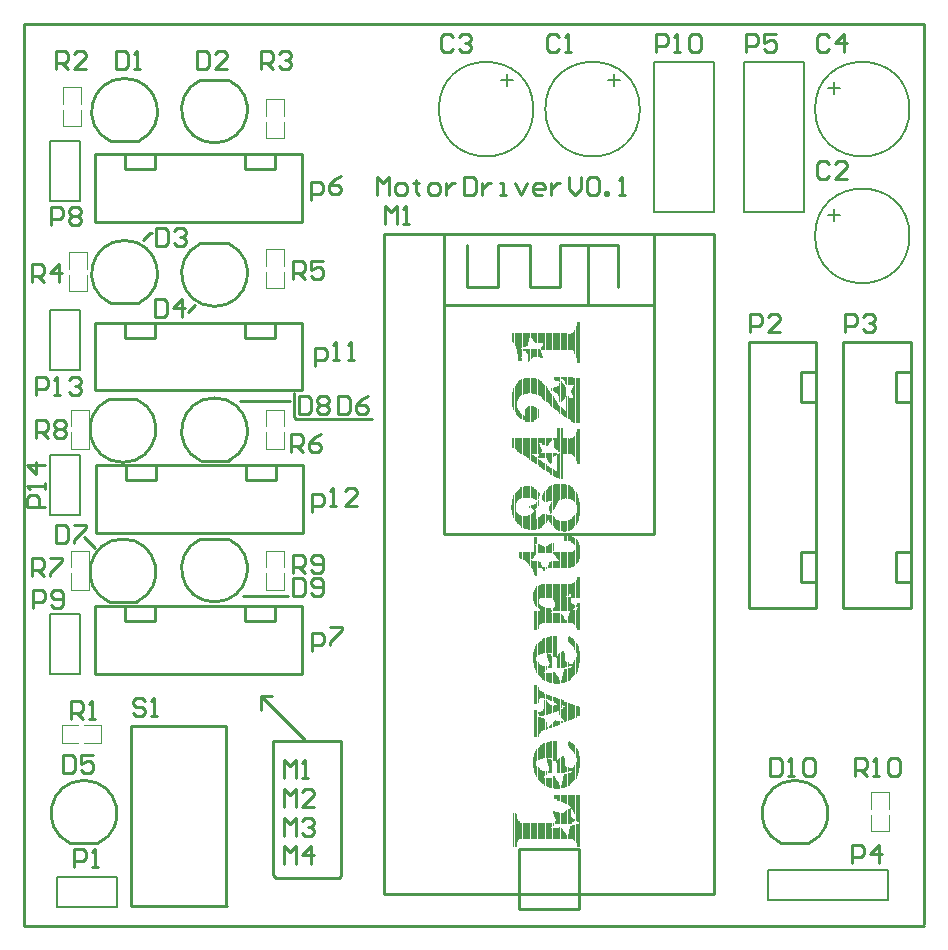
<source format=gto>
G04*
G04 #@! TF.GenerationSoftware,Altium Limited,Altium Designer,20.2.6 (244)*
G04*
G04 Layer_Color=65535*
%FSLAX24Y24*%
%MOIN*%
G70*
G04*
G04 #@! TF.SameCoordinates,67DAE9A7-D567-40AA-987E-AE02A1C53A3D*
G04*
G04*
G04 #@! TF.FilePolarity,Positive*
G04*
G01*
G75*
%ADD10C,0.0100*%
%ADD11C,0.0079*%
%ADD12C,0.0038*%
%ADD13C,0.0039*%
D10*
X15935Y32697D02*
G03*
X16865Y32697I465J-997D01*
G01*
X36215Y22553D02*
G03*
X35285Y22553I-465J997D01*
G01*
X13865Y45953D02*
G03*
X12935Y45953I-465J997D01*
G01*
X15935Y47997D02*
G03*
X16865Y47997I465J-997D01*
G01*
X13865Y40553D02*
G03*
X12935Y40553I-465J997D01*
G01*
X15935Y42547D02*
G03*
X16865Y42547I465J-997D01*
G01*
Y35303D02*
G03*
X15935Y35303I-465J997D01*
G01*
X13810Y30600D02*
G03*
X12880Y30600I-465J997D01*
G01*
Y37347D02*
G03*
X13810Y37347I465J-997D01*
G01*
X12515Y22553D02*
G03*
X11585Y22553I-465J997D01*
G01*
X15935Y32697D02*
X16865D01*
X15500Y40250D02*
X15750Y40500D01*
X14000Y42650D02*
X14250Y42900D01*
X14300D01*
X17250Y37300D02*
X18900D01*
X19100Y36700D02*
X21650D01*
X19050Y36750D02*
X19100Y36700D01*
X19050Y36750D02*
Y37550D01*
X17350Y30800D02*
X18850D01*
X12050Y32750D02*
X12400Y32400D01*
X35285Y22553D02*
X36215D01*
X12935Y45953D02*
X13865D01*
X15935Y47997D02*
X16865D01*
X12935Y40553D02*
X13865D01*
X15935Y42547D02*
X16865D01*
X15935Y35303D02*
X16865D01*
X12880Y30600D02*
X13810D01*
X12880Y37347D02*
X13810D01*
X11585Y22553D02*
X12515D01*
X17950Y27450D02*
X18300D01*
X17950Y27000D02*
Y27450D01*
X19400Y26000D01*
X18350Y21500D02*
Y25950D01*
Y21500D02*
X18450Y21400D01*
X20550D01*
X20600Y21450D01*
Y25950D01*
X18350D02*
X20600D01*
X36461Y30400D02*
Y39250D01*
X35961Y38250D02*
X36461D01*
X35961Y37250D02*
Y38250D01*
Y37250D02*
X36411D01*
X35961Y32250D02*
X36411D01*
X35961Y31250D02*
Y32250D01*
Y31250D02*
X36461D01*
X34211Y30400D02*
X36461D01*
X34211Y39250D02*
X36461D01*
X34211Y30400D02*
Y39250D01*
X37350Y30400D02*
Y39250D01*
X39600D01*
X37350Y30400D02*
X39600D01*
X39100Y31250D02*
X39600D01*
X39100D02*
Y32250D01*
X39550D01*
X39100Y37250D02*
X39550D01*
X39100D02*
Y38250D01*
X39600D01*
Y30400D02*
Y39250D01*
X13400Y45024D02*
Y45524D01*
X14400Y45024D02*
Y45524D01*
X19300Y43274D02*
Y45524D01*
X13400Y45024D02*
X14400D01*
X12400Y45524D02*
X19300D01*
X12400Y43274D02*
X19300D01*
X12400D02*
Y45524D01*
X17400Y45024D02*
X18400D01*
Y45524D01*
X17400Y45024D02*
Y45524D01*
Y29950D02*
Y30450D01*
X18400Y29950D02*
Y30450D01*
X17400Y29950D02*
X18400D01*
X12400Y28200D02*
Y30450D01*
Y28200D02*
X19300D01*
X12400Y30450D02*
X19300D01*
X13400Y29950D02*
X14400D01*
X19300Y28200D02*
Y30450D01*
X14400Y29950D02*
Y30450D01*
X13400Y29950D02*
Y30450D01*
Y39400D02*
Y39900D01*
X14400Y39400D02*
Y39900D01*
X19300Y37650D02*
Y39900D01*
X13400Y39400D02*
X14400D01*
X12400Y39900D02*
X19300D01*
X12400Y37650D02*
X19300D01*
X12400D02*
Y39900D01*
X17400Y39400D02*
X18400D01*
Y39900D01*
X17400Y39400D02*
Y39900D01*
X17450Y34650D02*
Y35150D01*
X18450Y34650D02*
Y35150D01*
X17450Y34650D02*
X18450D01*
X12450Y32900D02*
Y35150D01*
Y32900D02*
X19350D01*
X12450Y35150D02*
X19350D01*
X13450Y34650D02*
X14450D01*
X19350Y32900D02*
Y35150D01*
X14450Y34650D02*
Y35150D01*
X13450Y34650D02*
Y35150D01*
X13636Y20461D02*
X16800D01*
X13625Y26450D02*
X16775D01*
X13625Y20450D02*
Y26450D01*
X16775Y20450D02*
Y26450D01*
X33050Y20850D02*
Y42850D01*
X22050Y20850D02*
Y42850D01*
X33050D01*
X22050Y20850D02*
X33050D01*
X24050Y32850D02*
Y42850D01*
Y32850D02*
X31050D01*
Y42850D01*
X24050Y40500D02*
X31050D01*
X28850D02*
Y42500D01*
X29850D01*
Y41100D02*
Y42500D01*
X27900D02*
X28850D01*
X27900Y41100D02*
Y42500D01*
X26900Y41100D02*
X27900D01*
X26900D02*
Y42500D01*
X25850D02*
X26900D01*
X25850Y41100D02*
Y42500D01*
X24800Y41100D02*
X25850D01*
X24800D02*
Y42500D01*
X26550Y20350D02*
Y22350D01*
Y20350D02*
X28550D01*
Y22350D01*
X26550D02*
X28550D01*
X18700Y24729D02*
Y25329D01*
X18900Y25129D01*
X19100Y25329D01*
Y24729D01*
X19300D02*
X19500D01*
X19400D01*
Y25329D01*
X19300Y25229D01*
X18700Y23770D02*
Y24369D01*
X18900Y24169D01*
X19100Y24369D01*
Y23770D01*
X19700D02*
X19300D01*
X19700Y24169D01*
Y24269D01*
X19600Y24369D01*
X19400D01*
X19300Y24269D01*
X18700Y22810D02*
Y23410D01*
X18900Y23210D01*
X19100Y23410D01*
Y22810D01*
X19300Y23310D02*
X19400Y23410D01*
X19600D01*
X19700Y23310D01*
Y23210D01*
X19600Y23110D01*
X19500D01*
X19600D01*
X19700Y23010D01*
Y22910D01*
X19600Y22810D01*
X19400D01*
X19300Y22910D01*
X18700Y21850D02*
Y22450D01*
X18900Y22250D01*
X19100Y22450D01*
Y21850D01*
X19600D02*
Y22450D01*
X19300Y22150D01*
X19700D01*
X21800Y44150D02*
Y44750D01*
X22000Y44550D01*
X22200Y44750D01*
Y44150D01*
X22500D02*
X22700D01*
X22800Y44250D01*
Y44450D01*
X22700Y44550D01*
X22500D01*
X22400Y44450D01*
Y44250D01*
X22500Y44150D01*
X23100Y44650D02*
Y44550D01*
X23000D01*
X23200D01*
X23100D01*
Y44250D01*
X23200Y44150D01*
X23599D02*
X23799D01*
X23899Y44250D01*
Y44450D01*
X23799Y44550D01*
X23599D01*
X23499Y44450D01*
Y44250D01*
X23599Y44150D01*
X24099Y44550D02*
Y44150D01*
Y44350D01*
X24199Y44450D01*
X24299Y44550D01*
X24399D01*
X24699Y44750D02*
Y44150D01*
X24999D01*
X25099Y44250D01*
Y44650D01*
X24999Y44750D01*
X24699D01*
X25299Y44550D02*
Y44150D01*
Y44350D01*
X25399Y44450D01*
X25499Y44550D01*
X25599D01*
X25899Y44150D02*
X26099D01*
X25999D01*
Y44550D01*
X25899D01*
X26399D02*
X26598Y44150D01*
X26798Y44550D01*
X27298Y44150D02*
X27098D01*
X26998Y44250D01*
Y44450D01*
X27098Y44550D01*
X27298D01*
X27398Y44450D01*
Y44350D01*
X26998D01*
X27598Y44550D02*
Y44150D01*
Y44350D01*
X27698Y44450D01*
X27798Y44550D01*
X27898D01*
X28198Y44750D02*
Y44350D01*
X28398Y44150D01*
X28598Y44350D01*
Y44750D01*
X28798Y44650D02*
X28898Y44750D01*
X29098D01*
X29198Y44650D01*
Y44250D01*
X29098Y44150D01*
X28898D01*
X28798Y44250D01*
Y44650D01*
X29398Y44150D02*
Y44250D01*
X29498D01*
Y44150D01*
X29398D01*
X29897D02*
X30097D01*
X29997D01*
Y44750D01*
X29897Y44650D01*
X11350Y25500D02*
Y24900D01*
X11650D01*
X11750Y25000D01*
Y25400D01*
X11650Y25500D01*
X11350D01*
X12350D02*
X11950D01*
Y25200D01*
X12150Y25300D01*
X12250D01*
X12350Y25200D01*
Y25000D01*
X12250Y24900D01*
X12050D01*
X11950Y25000D01*
X19000Y31550D02*
Y32150D01*
X19300D01*
X19400Y32050D01*
Y31850D01*
X19300Y31750D01*
X19000D01*
X19200D02*
X19400Y31550D01*
X19600Y31650D02*
X19700Y31550D01*
X19900D01*
X20000Y31650D01*
Y32050D01*
X19900Y32150D01*
X19700D01*
X19600Y32050D01*
Y31950D01*
X19700Y31850D01*
X20000D01*
X10450Y36050D02*
Y36650D01*
X10750D01*
X10850Y36550D01*
Y36350D01*
X10750Y36250D01*
X10450D01*
X10650D02*
X10850Y36050D01*
X11050Y36550D02*
X11150Y36650D01*
X11350D01*
X11450Y36550D01*
Y36450D01*
X11350Y36350D01*
X11450Y36250D01*
Y36150D01*
X11350Y36050D01*
X11150D01*
X11050Y36150D01*
Y36250D01*
X11150Y36350D01*
X11050Y36450D01*
Y36550D01*
X11150Y36350D02*
X11350D01*
X10300Y31450D02*
Y32050D01*
X10600D01*
X10700Y31950D01*
Y31750D01*
X10600Y31650D01*
X10300D01*
X10500D02*
X10700Y31450D01*
X10900Y32050D02*
X11300D01*
Y31950D01*
X10900Y31550D01*
Y31450D01*
X18950Y35600D02*
Y36200D01*
X19250D01*
X19350Y36100D01*
Y35900D01*
X19250Y35800D01*
X18950D01*
X19150D02*
X19350Y35600D01*
X19950Y36200D02*
X19750Y36100D01*
X19550Y35900D01*
Y35700D01*
X19650Y35600D01*
X19850D01*
X19950Y35700D01*
Y35800D01*
X19850Y35900D01*
X19550D01*
X19000Y41350D02*
Y41950D01*
X19300D01*
X19400Y41850D01*
Y41650D01*
X19300Y41550D01*
X19000D01*
X19200D02*
X19400Y41350D01*
X20000Y41950D02*
X19600D01*
Y41650D01*
X19800Y41750D01*
X19900D01*
X20000Y41650D01*
Y41450D01*
X19900Y41350D01*
X19700D01*
X19600Y41450D01*
X10300Y41250D02*
Y41850D01*
X10600D01*
X10700Y41750D01*
Y41550D01*
X10600Y41450D01*
X10300D01*
X10500D02*
X10700Y41250D01*
X11200D02*
Y41850D01*
X10900Y41550D01*
X11300D01*
X19000Y31400D02*
Y30800D01*
X19300D01*
X19400Y30900D01*
Y31300D01*
X19300Y31400D01*
X19000D01*
X19600Y30900D02*
X19700Y30800D01*
X19900D01*
X20000Y30900D01*
Y31300D01*
X19900Y31400D01*
X19700D01*
X19600Y31300D01*
Y31200D01*
X19700Y31100D01*
X20000D01*
X19200Y37450D02*
Y36850D01*
X19500D01*
X19600Y36950D01*
Y37350D01*
X19500Y37450D01*
X19200D01*
X19800Y37350D02*
X19900Y37450D01*
X20100D01*
X20200Y37350D01*
Y37250D01*
X20100Y37150D01*
X20200Y37050D01*
Y36950D01*
X20100Y36850D01*
X19900D01*
X19800Y36950D01*
Y37050D01*
X19900Y37150D01*
X19800Y37250D01*
Y37350D01*
X19900Y37150D02*
X20100D01*
X11100Y33147D02*
Y32547D01*
X11400D01*
X11500Y32647D01*
Y33047D01*
X11400Y33147D01*
X11100D01*
X11700D02*
X12100D01*
Y33047D01*
X11700Y32647D01*
Y32547D01*
X20500Y37450D02*
Y36850D01*
X20800D01*
X20900Y36950D01*
Y37350D01*
X20800Y37450D01*
X20500D01*
X21500D02*
X21300Y37350D01*
X21100Y37150D01*
Y36950D01*
X21200Y36850D01*
X21400D01*
X21500Y36950D01*
Y37050D01*
X21400Y37150D01*
X21100D01*
X14400Y40700D02*
Y40100D01*
X14700D01*
X14800Y40200D01*
Y40600D01*
X14700Y40700D01*
X14400D01*
X15300Y40100D02*
Y40700D01*
X15000Y40400D01*
X15400D01*
X14450Y43050D02*
Y42450D01*
X14750D01*
X14850Y42550D01*
Y42950D01*
X14750Y43050D01*
X14450D01*
X15050Y42950D02*
X15150Y43050D01*
X15350D01*
X15450Y42950D01*
Y42850D01*
X15350Y42750D01*
X15250D01*
X15350D01*
X15450Y42650D01*
Y42550D01*
X15350Y42450D01*
X15150D01*
X15050Y42550D01*
X36878Y49435D02*
X36778Y49535D01*
X36578D01*
X36478Y49435D01*
Y49035D01*
X36578Y48935D01*
X36778D01*
X36878Y49035D01*
X37378Y48935D02*
Y49535D01*
X37078Y49235D01*
X37478D01*
X24340Y49444D02*
X24240Y49544D01*
X24040D01*
X23940Y49444D01*
Y49044D01*
X24040Y48944D01*
X24240D01*
X24340Y49044D01*
X24540Y49444D02*
X24640Y49544D01*
X24840D01*
X24940Y49444D01*
Y49344D01*
X24840Y49244D01*
X24740D01*
X24840D01*
X24940Y49144D01*
Y49044D01*
X24840Y48944D01*
X24640D01*
X24540Y49044D01*
X36878Y45210D02*
X36778Y45310D01*
X36578D01*
X36478Y45210D01*
Y44810D01*
X36578Y44710D01*
X36778D01*
X36878Y44810D01*
X37478Y44710D02*
X37078D01*
X37478Y45110D01*
Y45210D01*
X37378Y45310D01*
X37178D01*
X37078Y45210D01*
X27890Y49436D02*
X27790Y49536D01*
X27590D01*
X27490Y49436D01*
Y49036D01*
X27590Y48936D01*
X27790D01*
X27890Y49036D01*
X28090Y48936D02*
X28290D01*
X28190D01*
Y49536D01*
X28090Y49436D01*
X17950Y48364D02*
Y48964D01*
X18250D01*
X18350Y48864D01*
Y48664D01*
X18250Y48564D01*
X17950D01*
X18150D02*
X18350Y48364D01*
X18550Y48864D02*
X18650Y48964D01*
X18850D01*
X18950Y48864D01*
Y48764D01*
X18850Y48664D01*
X18750D01*
X18850D01*
X18950Y48564D01*
Y48464D01*
X18850Y48364D01*
X18650D01*
X18550Y48464D01*
X11100Y48364D02*
Y48964D01*
X11400D01*
X11500Y48864D01*
Y48664D01*
X11400Y48564D01*
X11100D01*
X11300D02*
X11500Y48364D01*
X12100D02*
X11700D01*
X12100Y48764D01*
Y48864D01*
X12000Y48964D01*
X11800D01*
X11700Y48864D01*
X15800Y48964D02*
Y48364D01*
X16100D01*
X16200Y48464D01*
Y48864D01*
X16100Y48964D01*
X15800D01*
X16800Y48364D02*
X16400D01*
X16800Y48764D01*
Y48864D01*
X16700Y48964D01*
X16500D01*
X16400Y48864D01*
X13105Y48964D02*
Y48364D01*
X13405D01*
X13505Y48464D01*
Y48864D01*
X13405Y48964D01*
X13105D01*
X13705Y48364D02*
X13905D01*
X13805D01*
Y48964D01*
X13705Y48864D01*
X14080Y27300D02*
X13980Y27400D01*
X13780D01*
X13680Y27300D01*
Y27200D01*
X13780Y27100D01*
X13980D01*
X14080Y27000D01*
Y26900D01*
X13980Y26800D01*
X13780D01*
X13680Y26900D01*
X14280Y26800D02*
X14480D01*
X14380D01*
Y27400D01*
X14280Y27300D01*
X37750Y24800D02*
Y25400D01*
X38050D01*
X38150Y25300D01*
Y25100D01*
X38050Y25000D01*
X37750D01*
X37950D02*
X38150Y24800D01*
X38350D02*
X38550D01*
X38450D01*
Y25400D01*
X38350Y25300D01*
X38850D02*
X38950Y25400D01*
X39150D01*
X39250Y25300D01*
Y24900D01*
X39150Y24800D01*
X38950D01*
X38850Y24900D01*
Y25300D01*
X11600Y26700D02*
Y27300D01*
X11900D01*
X12000Y27200D01*
Y27000D01*
X11900Y26900D01*
X11600D01*
X11800D02*
X12000Y26700D01*
X12200D02*
X12400D01*
X12300D01*
Y27300D01*
X12200Y27200D01*
X10750Y33750D02*
X10150D01*
Y34050D01*
X10250Y34150D01*
X10450D01*
X10550Y34050D01*
Y33750D01*
X10750Y34350D02*
Y34550D01*
Y34450D01*
X10150D01*
X10250Y34350D01*
X10750Y35150D02*
X10150D01*
X10450Y34850D01*
Y35250D01*
X10450Y37500D02*
Y38100D01*
X10750D01*
X10850Y38000D01*
Y37800D01*
X10750Y37700D01*
X10450D01*
X11050Y37500D02*
X11250D01*
X11150D01*
Y38100D01*
X11050Y38000D01*
X11550D02*
X11650Y38100D01*
X11850D01*
X11950Y38000D01*
Y37900D01*
X11850Y37800D01*
X11750D01*
X11850D01*
X11950Y37700D01*
Y37600D01*
X11850Y37500D01*
X11650D01*
X11550Y37600D01*
X19650Y33583D02*
Y34183D01*
X19950D01*
X20050Y34083D01*
Y33883D01*
X19950Y33783D01*
X19650D01*
X20250D02*
X20450D01*
X20350D01*
Y34383D01*
X20250Y34283D01*
X21150Y33783D02*
X20750D01*
X21150Y34183D01*
Y34283D01*
X21050Y34383D01*
X20850D01*
X20750Y34283D01*
X19750Y38450D02*
Y39050D01*
X20050D01*
X20150Y38950D01*
Y38750D01*
X20050Y38650D01*
X19750D01*
X20350D02*
X20550D01*
X20450D01*
Y39250D01*
X20350Y39150D01*
X20850Y38650D02*
X21050D01*
X20950D01*
Y39250D01*
X20850Y39150D01*
X31126Y48935D02*
Y49535D01*
X31426D01*
X31525Y49435D01*
Y49235D01*
X31426Y49135D01*
X31126D01*
X31725Y48935D02*
X31925D01*
X31825D01*
Y49535D01*
X31725Y49435D01*
X32225D02*
X32325Y49535D01*
X32525D01*
X32625Y49435D01*
Y49035D01*
X32525Y48935D01*
X32325D01*
X32225Y49035D01*
Y49435D01*
X10350Y30400D02*
Y31000D01*
X10650D01*
X10750Y30900D01*
Y30700D01*
X10650Y30600D01*
X10350D01*
X10950Y30500D02*
X11050Y30400D01*
X11250D01*
X11350Y30500D01*
Y30900D01*
X11250Y31000D01*
X11050D01*
X10950Y30900D01*
Y30800D01*
X11050Y30700D01*
X11350D01*
X10950Y43150D02*
Y43750D01*
X11250D01*
X11350Y43650D01*
Y43450D01*
X11250Y43350D01*
X10950D01*
X11550Y43650D02*
X11650Y43750D01*
X11850D01*
X11950Y43650D01*
Y43550D01*
X11850Y43450D01*
X11950Y43350D01*
Y43250D01*
X11850Y43150D01*
X11650D01*
X11550Y43250D01*
Y43350D01*
X11650Y43450D01*
X11550Y43550D01*
Y43650D01*
X11650Y43450D02*
X11850D01*
X19650Y28950D02*
Y29550D01*
X19950D01*
X20050Y29450D01*
Y29250D01*
X19950Y29150D01*
X19650D01*
X20250Y29750D02*
X20650D01*
Y29650D01*
X20250Y29250D01*
Y29150D01*
X19600Y43991D02*
Y44591D01*
X19900D01*
X20000Y44491D01*
Y44291D01*
X19900Y44191D01*
X19600D01*
X20600Y44791D02*
X20400Y44691D01*
X20200Y44491D01*
Y44291D01*
X20300Y44191D01*
X20500D01*
X20600Y44291D01*
Y44391D01*
X20500Y44491D01*
X20200D01*
X34110Y48940D02*
Y49540D01*
X34410D01*
X34510Y49440D01*
Y49240D01*
X34410Y49140D01*
X34110D01*
X35110Y49540D02*
X34710D01*
Y49240D01*
X34910Y49340D01*
X35010D01*
X35110Y49240D01*
Y49040D01*
X35010Y48940D01*
X34810D01*
X34710Y49040D01*
X37650Y21900D02*
Y22500D01*
X37950D01*
X38050Y22400D01*
Y22200D01*
X37950Y22100D01*
X37650D01*
X38550Y21900D02*
Y22500D01*
X38250Y22200D01*
X38650D01*
X37400Y39600D02*
Y40200D01*
X37700D01*
X37800Y40100D01*
Y39900D01*
X37700Y39800D01*
X37400D01*
X38000Y40100D02*
X38100Y40200D01*
X38300D01*
X38400Y40100D01*
Y40000D01*
X38300Y39900D01*
X38200D01*
X38300D01*
X38400Y39800D01*
Y39700D01*
X38300Y39600D01*
X38100D01*
X38000Y39700D01*
X34261Y39600D02*
Y40200D01*
X34561D01*
X34660Y40100D01*
Y39900D01*
X34561Y39800D01*
X34261D01*
X35260Y39600D02*
X34860D01*
X35260Y40000D01*
Y40100D01*
X35160Y40200D01*
X34960D01*
X34860Y40100D01*
X11700Y21750D02*
Y22350D01*
X12000D01*
X12100Y22250D01*
Y22050D01*
X12000Y21950D01*
X11700D01*
X12300Y21750D02*
X12500D01*
X12400D01*
Y22350D01*
X12300Y22250D01*
X22095Y43195D02*
Y43795D01*
X22295Y43595D01*
X22495Y43795D01*
Y43195D01*
X22695D02*
X22895D01*
X22795D01*
Y43795D01*
X22695Y43695D01*
X34910Y25390D02*
Y24790D01*
X35210D01*
X35310Y24890D01*
Y25290D01*
X35210Y25390D01*
X34910D01*
X35510Y24790D02*
X35710D01*
X35610D01*
Y25390D01*
X35510Y25290D01*
X36010D02*
X36110Y25390D01*
X36310D01*
X36410Y25290D01*
Y24890D01*
X36310Y24790D01*
X36110D01*
X36010Y24890D01*
Y25290D01*
X10050Y49850D02*
X40050D01*
X10050Y19800D02*
Y49850D01*
X10050Y19800D02*
X40050D01*
X40050Y49850D02*
X40050Y19850D01*
D11*
X39564Y47025D02*
G03*
X39564Y47025I-1575J0D01*
G01*
Y42800D02*
G03*
X39564Y42800I-1575J0D01*
G01*
X27025Y47025D02*
G03*
X27025Y47025I-1575J0D01*
G01*
X30575D02*
G03*
X30575Y47025I-1575J0D01*
G01*
X34850Y20650D02*
Y21650D01*
X38850D01*
X34850Y20650D02*
X38850D01*
Y21650D01*
X13150Y20439D02*
Y21439D01*
X11150Y20439D02*
X13150D01*
X11150D02*
Y21439D01*
X13150D01*
X37033Y47525D02*
Y47925D01*
X36833Y47725D02*
X37233D01*
X36050Y43600D02*
Y48600D01*
X34050Y43600D02*
Y48600D01*
Y43600D02*
X36050D01*
X34050Y48600D02*
X36050D01*
X37033Y43300D02*
Y43700D01*
X36833Y43500D02*
X37233D01*
X10900Y28200D02*
X11900D01*
X10900D02*
Y30200D01*
X11900D01*
Y28200D02*
Y30200D01*
X10900Y33500D02*
X11900D01*
X10900D02*
Y35500D01*
X11900D01*
Y33500D02*
Y35500D01*
X10900Y38342D02*
X11900D01*
X10900D02*
Y40342D01*
X11900D01*
Y38342D02*
Y40342D01*
X10900Y43967D02*
X11900D01*
X10900D02*
Y45967D01*
X11900D01*
Y43967D02*
Y45967D01*
X25950Y47981D02*
X26350D01*
X26150Y47781D02*
Y48181D01*
X29500Y47981D02*
X29900D01*
X29700Y47781D02*
Y48181D01*
X33061Y43600D02*
Y48600D01*
X31061Y43600D02*
Y48600D01*
Y43600D02*
X33061D01*
X31061Y48600D02*
X33061D01*
D12*
X26283Y33686D02*
Y33840D01*
X26322Y33533D02*
Y34032D01*
Y35759D02*
Y36066D01*
Y37141D02*
Y37602D01*
Y39291D02*
Y39560D01*
X26360Y22476D02*
Y23551D01*
Y33417D02*
Y34147D01*
Y35759D02*
Y36066D01*
Y37026D02*
Y37717D01*
Y39253D02*
Y39560D01*
X26398Y22476D02*
Y23551D01*
Y33341D02*
Y34224D01*
Y35721D02*
Y36066D01*
Y36949D02*
Y37794D01*
Y39176D02*
Y39560D01*
X26437Y22476D02*
Y23513D01*
Y33302D02*
Y33609D01*
Y33916D02*
Y34262D01*
Y35682D02*
Y36066D01*
Y36872D02*
Y37871D01*
Y39061D02*
Y39560D01*
X26475Y22630D02*
Y23359D01*
Y33225D02*
Y33571D01*
Y33993D02*
Y34300D01*
Y35644D02*
Y36066D01*
Y36834D02*
Y37064D01*
Y37333D02*
Y37909D01*
Y38907D02*
Y39560D01*
X26513Y22707D02*
Y23283D01*
Y33225D02*
Y33533D01*
Y34032D02*
Y34339D01*
Y35644D02*
Y36066D01*
Y36796D02*
Y36988D01*
Y37410D02*
Y37947D01*
Y38677D02*
Y39560D01*
X26552Y22745D02*
Y23283D01*
Y32112D02*
Y32266D01*
Y33187D02*
Y33494D01*
Y34070D02*
Y34377D01*
Y35606D02*
Y36066D01*
Y36757D02*
Y36949D01*
Y37448D02*
Y37986D01*
Y38677D02*
Y39560D01*
X26590Y22745D02*
Y23244D01*
Y32074D02*
Y32266D01*
Y33149D02*
Y33494D01*
Y34070D02*
Y34415D01*
Y35567D02*
Y36066D01*
Y36719D02*
Y36911D01*
Y37487D02*
Y37986D01*
Y38677D02*
Y39061D01*
Y39099D02*
Y39560D01*
X26629Y22745D02*
Y23244D01*
Y32074D02*
Y32266D01*
Y33110D02*
Y33456D01*
Y34108D02*
Y34415D01*
Y35567D02*
Y36066D01*
Y36719D02*
Y36872D01*
Y37525D02*
Y38024D01*
Y38677D02*
Y38715D01*
Y38792D02*
Y39022D01*
Y39099D02*
Y39560D01*
X26667Y22745D02*
Y23244D01*
Y32035D02*
Y32266D01*
Y33110D02*
Y33456D01*
Y34108D02*
Y34415D01*
Y35529D02*
Y36066D01*
Y36680D02*
Y36834D01*
Y37525D02*
Y38024D01*
Y38984D02*
Y39022D01*
Y39137D02*
Y39560D01*
X26705Y22745D02*
Y23244D01*
Y32035D02*
Y32266D01*
Y33072D02*
Y33456D01*
Y34108D02*
Y34454D01*
Y35490D02*
Y36066D01*
Y36680D02*
Y36796D01*
Y37563D02*
Y38062D01*
Y38984D02*
Y39022D01*
Y39137D02*
Y39560D01*
X26744Y22745D02*
Y23244D01*
Y31997D02*
Y32266D01*
Y33072D02*
Y33456D01*
Y34108D02*
Y34454D01*
Y35490D02*
Y36066D01*
Y36642D02*
Y37026D01*
Y37563D02*
Y38062D01*
Y38984D02*
Y39022D01*
Y39137D02*
Y39560D01*
X26782Y22745D02*
Y23244D01*
Y31959D02*
Y32266D01*
Y33072D02*
Y33456D01*
Y34108D02*
Y34454D01*
Y35452D02*
Y36066D01*
Y36642D02*
Y37064D01*
Y37563D02*
Y38062D01*
Y38945D02*
Y39022D01*
Y39176D02*
Y39560D01*
X26821Y22745D02*
Y23244D01*
Y31920D02*
Y32266D01*
Y33072D02*
Y33456D01*
Y34108D02*
Y34454D01*
Y35414D02*
Y36066D01*
Y36642D02*
Y37103D01*
Y37563D02*
Y38062D01*
Y38907D02*
Y39022D01*
Y39176D02*
Y39560D01*
X26859Y22745D02*
Y23244D01*
Y31882D02*
Y32266D01*
Y33033D02*
Y33494D01*
Y34108D02*
Y34454D01*
Y35414D02*
Y36066D01*
Y36642D02*
Y37141D01*
Y37602D02*
Y38062D01*
Y38638D02*
Y39022D01*
Y39291D02*
Y39560D01*
X26897Y22745D02*
Y23244D01*
Y31843D02*
Y31997D01*
Y32035D02*
Y32266D01*
Y33033D02*
Y33494D01*
Y33763D02*
Y33801D01*
Y34108D02*
Y34454D01*
Y35375D02*
Y36066D01*
Y36642D02*
Y37141D01*
Y37602D02*
Y38062D01*
Y38677D02*
Y39022D01*
Y39444D02*
Y39560D01*
X26936Y22745D02*
Y23244D01*
Y31767D02*
Y31997D01*
Y32074D02*
Y32266D01*
Y33033D02*
Y33533D01*
Y33763D02*
Y33840D01*
Y34108D02*
Y34454D01*
Y35337D02*
Y35529D01*
Y35567D02*
Y36066D01*
Y36642D02*
Y37141D01*
Y37602D02*
Y38062D01*
Y38715D02*
Y39022D01*
Y39444D02*
Y39560D01*
X26974Y22745D02*
Y23244D01*
Y31728D02*
Y31959D01*
Y32074D02*
Y32266D01*
Y33033D02*
Y33571D01*
Y33724D02*
Y33840D01*
Y34108D02*
Y34415D01*
Y35298D02*
Y35490D01*
Y35567D02*
Y36066D01*
Y36642D02*
Y37141D01*
Y37563D02*
Y38062D01*
Y38753D02*
Y39022D01*
Y39406D02*
Y39560D01*
X27013Y22745D02*
Y23244D01*
Y25087D02*
Y25432D01*
Y28580D02*
Y28926D01*
Y30653D02*
Y30922D01*
Y31613D02*
Y31959D01*
Y32112D02*
Y32266D01*
Y33033D02*
Y33609D01*
Y33686D02*
Y33840D01*
Y34070D02*
Y34415D01*
Y35298D02*
Y35490D01*
Y35567D02*
Y36066D01*
Y36642D02*
Y37141D01*
Y37563D02*
Y38062D01*
Y38792D02*
Y39022D01*
Y39329D02*
Y39560D01*
X27051Y22745D02*
Y23244D01*
Y24933D02*
Y25548D01*
Y26123D02*
Y27006D01*
Y27237D02*
Y27813D01*
Y28427D02*
Y29041D01*
Y29694D02*
Y30308D01*
Y30577D02*
Y30999D01*
Y31536D02*
Y31959D01*
Y32151D02*
Y32765D01*
Y33033D02*
Y33648D01*
Y33686D02*
Y33878D01*
Y34070D02*
Y34377D01*
Y35260D02*
Y35452D01*
Y35567D02*
Y36066D01*
Y36680D02*
Y37103D01*
Y37563D02*
Y38062D01*
Y38792D02*
Y39022D01*
Y39291D02*
Y39560D01*
X27089Y22745D02*
Y23244D01*
Y24857D02*
Y25624D01*
Y26123D02*
Y26814D01*
Y26853D02*
Y27006D01*
Y27237D02*
Y27813D01*
Y28350D02*
Y29118D01*
Y29694D02*
Y30308D01*
Y30500D02*
Y31076D01*
Y31498D02*
Y31959D01*
Y32189D02*
Y32496D01*
Y32573D02*
Y32765D01*
Y33033D02*
Y33648D01*
Y33724D02*
Y33878D01*
Y34032D02*
Y34377D01*
Y35222D02*
Y35414D01*
Y35567D02*
Y36066D01*
Y36680D02*
Y37103D01*
Y37563D02*
Y38062D01*
Y38792D02*
Y39022D01*
Y39253D02*
Y39560D01*
X27128Y22745D02*
Y23244D01*
Y24780D02*
Y25125D01*
Y25317D02*
Y25701D01*
Y26123D02*
Y26814D01*
Y26853D02*
Y27006D01*
Y27237D02*
Y27813D01*
Y28273D02*
Y28619D01*
Y28811D02*
Y29195D01*
Y29694D02*
Y30308D01*
Y30461D02*
Y31114D01*
Y31498D02*
Y31959D01*
Y32573D02*
Y32765D01*
Y33072D02*
Y33379D01*
Y33763D02*
Y33916D01*
Y34032D02*
Y34339D01*
Y35222D02*
Y35414D01*
Y35567D02*
Y36066D01*
Y36719D02*
Y37064D01*
Y37525D02*
Y38024D01*
Y38792D02*
Y39022D01*
Y39253D02*
Y39560D01*
X27166Y22745D02*
Y23244D01*
Y24703D02*
Y25087D01*
Y25356D02*
Y25740D01*
Y26123D02*
Y26776D01*
Y26891D02*
Y26930D01*
Y27275D02*
Y27774D01*
Y28196D02*
Y28580D01*
Y28849D02*
Y29233D01*
Y29732D02*
Y30308D01*
Y30423D02*
Y31114D01*
Y31767D02*
Y31959D01*
Y32266D02*
Y32534D01*
Y33072D02*
Y33417D01*
Y33840D02*
Y33993D01*
Y34070D02*
Y34262D01*
Y35183D02*
Y35375D01*
Y35414D02*
Y35452D01*
Y35567D02*
Y36066D01*
Y36757D02*
Y37026D01*
Y37525D02*
Y38024D01*
Y38792D02*
Y39022D01*
Y39253D02*
Y39560D01*
X27204Y22745D02*
Y23244D01*
Y24665D02*
Y25049D01*
Y25356D02*
Y25778D01*
Y26239D02*
Y26776D01*
Y26814D02*
Y26930D01*
Y27390D02*
Y27659D01*
Y28158D02*
Y28542D01*
Y28849D02*
Y29271D01*
Y29847D02*
Y30308D01*
Y30385D02*
Y30538D01*
Y30730D02*
Y31152D01*
Y31767D02*
Y31920D01*
Y32266D02*
Y32534D01*
Y33072D02*
Y33417D01*
Y34147D02*
Y34224D01*
Y35145D02*
Y35337D01*
Y35414D02*
Y35529D01*
Y35567D02*
Y35874D01*
Y35913D02*
Y36066D01*
Y37487D02*
Y37986D01*
Y38792D02*
Y39022D01*
Y39253D02*
Y39560D01*
X27243Y22745D02*
Y23244D01*
Y24626D02*
Y25010D01*
Y25394D02*
Y25816D01*
Y26277D02*
Y26776D01*
Y26814D02*
Y26930D01*
Y27429D02*
Y27621D01*
Y28120D02*
Y28504D01*
Y28887D02*
Y29310D01*
Y29886D02*
Y30308D01*
Y30346D02*
Y30500D01*
Y30769D02*
Y31152D01*
Y31767D02*
Y31920D01*
Y32266D02*
Y32496D01*
Y33110D02*
Y33456D01*
Y35145D02*
Y35337D01*
Y35414D02*
Y35759D01*
Y35913D02*
Y36066D01*
Y37487D02*
Y37947D01*
Y38753D02*
Y38984D01*
Y39253D02*
Y39560D01*
X27281Y22745D02*
Y23244D01*
Y24588D02*
Y25010D01*
Y25394D02*
Y25816D01*
Y26315D02*
Y26738D01*
Y26814D02*
Y26968D01*
Y27429D02*
Y27621D01*
Y28081D02*
Y28504D01*
Y28887D02*
Y29310D01*
Y29886D02*
Y30461D01*
Y30769D02*
Y31191D01*
Y31767D02*
Y31843D01*
Y32266D02*
Y32496D01*
Y33110D02*
Y33494D01*
Y35106D02*
Y35298D01*
Y35414D02*
Y35567D01*
Y35644D02*
Y35682D01*
Y35913D02*
Y36066D01*
Y37448D02*
Y37947D01*
Y38753D02*
Y38907D01*
Y39022D02*
Y39099D01*
Y39253D02*
Y39560D01*
X27320Y22745D02*
Y23244D01*
Y24549D02*
Y24972D01*
Y25394D02*
Y25855D01*
Y26315D02*
Y26738D01*
Y26814D02*
Y26968D01*
Y27429D02*
Y27582D01*
Y28043D02*
Y28465D01*
Y28887D02*
Y29348D01*
Y29924D02*
Y30461D01*
Y30769D02*
Y31191D01*
Y31728D02*
Y31767D01*
Y32266D02*
Y32458D01*
Y33149D02*
Y33533D01*
Y34032D02*
Y34147D01*
Y35068D02*
Y35260D01*
Y35414D02*
Y35567D01*
Y35874D02*
Y36066D01*
Y37410D02*
Y37909D01*
Y38753D02*
Y38792D01*
Y39022D02*
Y39137D01*
Y39253D02*
Y39560D01*
X27358Y22745D02*
Y23244D01*
Y24549D02*
Y24972D01*
Y25432D02*
Y25893D01*
Y26354D02*
Y26738D01*
Y26814D02*
Y27045D01*
Y27429D02*
Y27582D01*
Y28043D02*
Y28465D01*
Y28926D02*
Y29386D01*
Y29924D02*
Y30423D01*
Y30769D02*
Y31191D01*
Y31651D02*
Y31767D01*
Y32266D02*
Y32458D01*
Y33187D02*
Y33533D01*
Y33993D02*
Y34224D01*
Y35030D02*
Y35222D01*
Y35414D02*
Y35567D01*
Y35874D02*
Y36066D01*
Y37371D02*
Y37871D01*
Y39022D02*
Y39214D01*
Y39253D02*
Y39560D01*
X27396Y22745D02*
Y23244D01*
Y24511D02*
Y24741D01*
Y24818D02*
Y24972D01*
Y25432D02*
Y25893D01*
Y26354D02*
Y26699D01*
Y26853D02*
Y27313D01*
Y27390D02*
Y27544D01*
Y28005D02*
Y28235D01*
Y28312D02*
Y28465D01*
Y28926D02*
Y29386D01*
Y29924D02*
Y30423D01*
Y30769D02*
Y31191D01*
Y31651D02*
Y31767D01*
Y32266D02*
Y32419D01*
Y33225D02*
Y33533D01*
Y33955D02*
Y34300D01*
Y35030D02*
Y35222D01*
Y35414D02*
Y35567D01*
Y35874D02*
Y36066D01*
Y37333D02*
Y37832D01*
Y39022D02*
Y39560D01*
X27435Y22745D02*
Y23244D01*
Y24511D02*
Y24741D01*
Y24857D02*
Y24972D01*
Y25432D02*
Y25893D01*
Y26354D02*
Y26584D01*
Y26853D02*
Y27313D01*
Y27390D02*
Y27544D01*
Y28005D02*
Y28235D01*
Y28350D02*
Y28465D01*
Y28926D02*
Y29386D01*
Y29924D02*
Y30385D01*
Y30769D02*
Y31191D01*
Y31728D02*
Y31767D01*
Y32266D02*
Y32458D01*
Y33264D02*
Y33533D01*
Y33955D02*
Y34339D01*
Y34991D02*
Y35183D01*
Y35414D02*
Y35567D01*
Y35836D02*
Y36066D01*
Y37295D02*
Y37794D01*
Y39022D02*
Y39560D01*
X27473Y22745D02*
Y23244D01*
Y24473D02*
Y24741D01*
Y25279D02*
Y25394D01*
Y25432D02*
Y25931D01*
Y26392D02*
Y26431D01*
Y26853D02*
Y27275D01*
Y27390D02*
Y27505D01*
Y27966D02*
Y28235D01*
Y28772D02*
Y28887D01*
Y28926D02*
Y29425D01*
Y29924D02*
Y30385D01*
Y30769D02*
Y31191D01*
Y32266D02*
Y32458D01*
Y33341D02*
Y33494D01*
Y33955D02*
Y34377D01*
Y34953D02*
Y35145D01*
Y35375D02*
Y35567D01*
Y35836D02*
Y36066D01*
Y37295D02*
Y37717D01*
Y39022D02*
Y39560D01*
X27512Y22745D02*
Y23244D01*
Y24473D02*
Y24741D01*
Y24933D02*
Y24972D01*
Y25164D02*
Y25356D01*
Y25432D02*
Y25931D01*
Y26891D02*
Y27237D01*
Y27352D02*
Y27505D01*
Y27966D02*
Y28235D01*
Y28427D02*
Y28465D01*
Y28657D02*
Y28849D01*
Y28926D02*
Y29425D01*
Y29924D02*
Y30385D01*
Y30769D02*
Y31191D01*
Y31767D02*
Y31843D01*
Y32266D02*
Y32496D01*
Y33379D02*
Y33494D01*
Y33993D02*
Y34415D01*
Y34953D02*
Y35145D01*
Y35298D02*
Y35567D01*
Y35874D02*
Y36066D01*
Y37256D02*
Y37679D01*
Y39022D02*
Y39560D01*
X27550Y22745D02*
Y23244D01*
Y24434D02*
Y24741D01*
Y24933D02*
Y25049D01*
Y25087D02*
Y25356D01*
Y25432D02*
Y25931D01*
Y26431D02*
Y26469D01*
Y26891D02*
Y27198D01*
Y27352D02*
Y27505D01*
Y27928D02*
Y28235D01*
Y28427D02*
Y28542D01*
Y28580D02*
Y28849D01*
Y28926D02*
Y29425D01*
Y29924D02*
Y30385D01*
Y30769D02*
Y31191D01*
Y31767D02*
Y31920D01*
Y32266D02*
Y32534D01*
Y33302D02*
Y33494D01*
Y33648D02*
Y33801D01*
Y33993D02*
Y34454D01*
Y34915D02*
Y35106D01*
Y35260D02*
Y35567D01*
Y35913D02*
Y36066D01*
Y37218D02*
Y37640D01*
Y39022D02*
Y39560D01*
X27588Y22745D02*
Y23052D01*
Y23091D02*
Y23244D01*
Y24434D02*
Y24741D01*
Y24933D02*
Y25356D01*
Y25432D02*
Y25970D01*
Y26431D02*
Y26507D01*
Y26891D02*
Y27160D01*
Y27313D02*
Y27467D01*
Y27928D02*
Y28235D01*
Y28427D02*
Y28849D01*
Y28926D02*
Y29463D01*
Y29924D02*
Y30231D01*
Y30269D02*
Y30385D01*
Y30769D02*
Y31191D01*
Y31767D02*
Y31920D01*
Y32266D02*
Y32534D01*
Y33264D02*
Y33494D01*
Y33571D02*
Y33878D01*
Y33993D02*
Y34454D01*
Y34876D02*
Y35068D01*
Y35222D02*
Y35567D01*
Y35951D02*
Y36066D01*
Y37179D02*
Y37563D01*
Y39022D02*
Y39560D01*
X27627Y22745D02*
Y23052D01*
Y23129D02*
Y23244D01*
Y24434D02*
Y24741D01*
Y24933D02*
Y25317D01*
Y25432D02*
Y25970D01*
Y26431D02*
Y26546D01*
Y26930D02*
Y27160D01*
Y27313D02*
Y27467D01*
Y27928D02*
Y28235D01*
Y28427D02*
Y28811D01*
Y28926D02*
Y29463D01*
Y29924D02*
Y30231D01*
Y30308D02*
Y30346D01*
Y30769D02*
Y31191D01*
Y31767D02*
Y31959D01*
Y32266D02*
Y32573D01*
Y33187D02*
Y33494D01*
Y33609D02*
Y33916D01*
Y33993D02*
Y34492D01*
Y34876D02*
Y35068D01*
Y35260D02*
Y35567D01*
Y35989D02*
Y36066D01*
Y37141D02*
Y37525D01*
Y37679D02*
Y37717D01*
Y39022D02*
Y39560D01*
X27665Y22745D02*
Y23052D01*
Y23167D02*
Y23244D01*
Y23551D02*
Y23628D01*
Y24434D02*
Y24780D01*
Y25317D02*
Y25970D01*
Y26469D02*
Y26584D01*
Y26930D02*
Y27122D01*
Y27313D02*
Y27429D01*
Y27928D02*
Y28273D01*
Y28811D02*
Y29463D01*
Y29924D02*
Y30231D01*
Y30346D02*
Y30385D01*
Y30692D02*
Y31191D01*
Y31767D02*
Y31959D01*
Y32227D02*
Y32266D01*
Y32342D02*
Y32573D01*
Y33149D02*
Y33456D01*
Y33686D02*
Y34492D01*
Y34838D02*
Y35030D01*
Y35452D02*
Y35567D01*
Y36028D02*
Y36066D01*
Y37103D02*
Y37448D01*
Y37679D02*
Y37717D01*
Y39022D02*
Y39560D01*
X27704Y22745D02*
Y23052D01*
Y23475D02*
Y23628D01*
Y24050D02*
Y24166D01*
Y24396D02*
Y24780D01*
Y25317D02*
Y25970D01*
Y26469D02*
Y26622D01*
Y26968D02*
Y27160D01*
Y27275D02*
Y27429D01*
Y27889D02*
Y28273D01*
Y28811D02*
Y29463D01*
Y29924D02*
Y30231D01*
Y30346D02*
Y30423D01*
Y30615D02*
Y31191D01*
Y31767D02*
Y31959D01*
Y32189D02*
Y32266D01*
Y33110D02*
Y33417D01*
Y33724D02*
Y34531D01*
Y34799D02*
Y34991D01*
Y35490D02*
Y35567D01*
Y35759D02*
Y36066D01*
Y37064D02*
Y37410D01*
Y37640D02*
Y37755D01*
Y38024D02*
Y38101D01*
Y39022D02*
Y39560D01*
X27742Y22745D02*
Y23052D01*
Y23244D02*
Y23283D01*
Y23398D02*
Y23590D01*
Y24050D02*
Y24166D01*
Y24396D02*
Y24741D01*
Y25317D02*
Y25970D01*
Y26507D02*
Y26661D01*
Y26968D02*
Y27160D01*
Y27275D02*
Y27429D01*
Y27889D02*
Y28235D01*
Y28811D02*
Y29463D01*
Y29924D02*
Y30231D01*
Y30346D02*
Y30500D01*
Y30538D02*
Y31191D01*
Y31767D02*
Y31959D01*
Y32151D02*
Y32266D01*
Y33072D02*
Y33379D01*
Y33801D02*
Y34531D01*
Y34799D02*
Y34953D01*
Y35490D02*
Y35567D01*
Y35721D02*
Y36066D01*
Y37026D02*
Y37333D01*
Y37602D02*
Y37755D01*
Y37986D02*
Y38101D01*
Y39022D02*
Y39560D01*
X27780Y22745D02*
Y23052D01*
Y23244D02*
Y23590D01*
Y24050D02*
Y24166D01*
Y24396D02*
Y24665D01*
Y25279D02*
Y25970D01*
Y26507D02*
Y26622D01*
Y26968D02*
Y27160D01*
Y27237D02*
Y27390D01*
Y27889D02*
Y28158D01*
Y28772D02*
Y29463D01*
Y29924D02*
Y30231D01*
Y30346D02*
Y31191D01*
Y31767D02*
Y31959D01*
Y32112D02*
Y32266D01*
Y33033D02*
Y33341D01*
Y33878D02*
Y34531D01*
Y34761D02*
Y34953D01*
Y35529D02*
Y35567D01*
Y35682D02*
Y36066D01*
Y37026D02*
Y37295D01*
Y37602D02*
Y37755D01*
Y37986D02*
Y38101D01*
Y39022D02*
Y39560D01*
X27819Y22745D02*
Y23052D01*
Y23244D02*
Y23590D01*
Y24012D02*
Y24166D01*
Y24396D02*
Y24626D01*
Y24933D02*
Y25317D01*
Y26507D02*
Y26622D01*
Y27006D02*
Y27198D01*
Y27237D02*
Y27390D01*
Y27889D02*
Y28120D01*
Y28427D02*
Y28811D01*
Y29924D02*
Y30231D01*
Y30346D02*
Y31191D01*
Y31767D02*
Y31959D01*
Y32074D02*
Y32266D01*
Y33033D02*
Y33341D01*
Y33916D02*
Y34531D01*
Y34761D02*
Y35529D01*
Y35682D02*
Y36412D01*
Y36988D02*
Y37218D01*
Y37563D02*
Y37794D01*
Y37986D02*
Y38101D01*
Y39022D02*
Y39560D01*
X27857Y22745D02*
Y23052D01*
Y23244D02*
Y23590D01*
Y24012D02*
Y24166D01*
Y24396D02*
Y24588D01*
Y24933D02*
Y25356D01*
Y26546D02*
Y26622D01*
Y27006D02*
Y27198D01*
Y27237D02*
Y27352D01*
Y27889D02*
Y28081D01*
Y28427D02*
Y28849D01*
Y29924D02*
Y30231D01*
Y30346D02*
Y30730D01*
Y30769D02*
Y31191D01*
Y31767D02*
Y31959D01*
Y32035D02*
Y32266D01*
Y32995D02*
Y33341D01*
Y33993D02*
Y34531D01*
Y34761D02*
Y35529D01*
Y35644D02*
Y36412D01*
Y36949D02*
Y37179D01*
Y37487D02*
Y37794D01*
Y37986D02*
Y38101D01*
Y39022D02*
Y39560D01*
X27896Y22745D02*
Y23091D01*
Y23244D02*
Y23551D01*
Y24012D02*
Y24166D01*
Y24396D02*
Y24511D01*
Y24933D02*
Y25394D01*
Y26546D02*
Y26622D01*
Y26853D02*
Y27006D01*
Y27045D02*
Y27352D01*
Y27889D02*
Y28005D01*
Y28427D02*
Y28887D01*
Y29924D02*
Y30231D01*
Y30346D02*
Y30730D01*
Y30769D02*
Y31191D01*
Y31767D02*
Y32266D01*
Y32995D02*
Y33302D01*
Y34032D02*
Y34531D01*
Y34723D02*
Y35567D01*
Y35644D02*
Y36412D01*
Y36911D02*
Y37141D01*
Y37295D02*
Y37909D01*
Y37947D02*
Y38101D01*
Y39022D02*
Y39560D01*
X27934Y22745D02*
Y23052D01*
Y23244D02*
Y23551D01*
Y23974D02*
Y24166D01*
Y24434D02*
Y24511D01*
Y24933D02*
Y25432D01*
Y26584D02*
Y26622D01*
Y26776D02*
Y27045D01*
Y27083D02*
Y27352D01*
Y27928D02*
Y28005D01*
Y28427D02*
Y28926D01*
Y29924D02*
Y30193D01*
Y30346D02*
Y30730D01*
Y30769D02*
Y31191D01*
Y31767D02*
Y32266D01*
Y32995D02*
Y33302D01*
Y34032D02*
Y34531D01*
Y34723D02*
Y35567D01*
Y35606D02*
Y36412D01*
Y36911D02*
Y37103D01*
Y37295D02*
Y37947D01*
Y38062D02*
Y38101D01*
Y39022D02*
Y39560D01*
X27972Y22745D02*
Y23014D01*
Y23244D02*
Y23551D01*
Y23974D02*
Y24166D01*
Y24434D02*
Y24626D01*
Y24933D02*
Y25471D01*
Y26584D02*
Y26622D01*
Y26738D02*
Y27045D01*
Y27198D02*
Y27313D01*
Y27928D02*
Y28120D01*
Y28427D02*
Y28964D01*
Y29924D02*
Y30154D01*
Y30346D02*
Y30730D01*
Y30769D02*
Y31191D01*
Y31767D02*
Y32266D01*
Y32995D02*
Y33302D01*
Y34070D02*
Y34531D01*
Y34723D02*
Y36412D01*
Y36872D02*
Y37064D01*
Y37333D02*
Y37909D01*
Y38062D02*
Y38101D01*
Y39022D02*
Y39560D01*
X28011Y22745D02*
Y22976D01*
Y23244D02*
Y23551D01*
Y23935D02*
Y24166D01*
Y24434D02*
Y24780D01*
Y24933D02*
Y25471D01*
Y26699D02*
Y27083D01*
Y27160D02*
Y27313D01*
Y27928D02*
Y28273D01*
Y28427D02*
Y28964D01*
Y29924D02*
Y30116D01*
Y30346D02*
Y30730D01*
Y30769D02*
Y31191D01*
Y31767D02*
Y32266D01*
Y32957D02*
Y33302D01*
Y34070D02*
Y34531D01*
Y35567D02*
Y36066D01*
Y36834D02*
Y37026D01*
Y37371D02*
Y37871D01*
Y38024D02*
Y38101D01*
Y39022D02*
Y39560D01*
X28049Y22745D02*
Y22937D01*
Y23244D02*
Y23590D01*
Y23935D02*
Y24166D01*
Y24434D02*
Y24857D01*
Y24933D02*
Y25394D01*
Y26622D02*
Y27083D01*
Y27160D02*
Y27275D01*
Y27928D02*
Y28350D01*
Y28427D02*
Y28887D01*
Y29924D02*
Y30039D01*
Y30346D02*
Y31191D01*
Y31767D02*
Y32266D01*
Y32650D02*
Y32803D01*
Y32957D02*
Y33302D01*
Y34070D02*
Y34531D01*
Y35567D02*
Y36066D01*
Y36796D02*
Y36988D01*
Y37410D02*
Y37832D01*
Y37986D02*
Y38101D01*
Y39022D02*
Y39560D01*
X28087Y22745D02*
Y22899D01*
Y23244D02*
Y23628D01*
Y23897D02*
Y24166D01*
Y24473D02*
Y24857D01*
Y24972D02*
Y25125D01*
Y26622D02*
Y27083D01*
Y27122D02*
Y27275D01*
Y27966D02*
Y28350D01*
Y28465D02*
Y28619D01*
Y29924D02*
Y30001D01*
Y30346D02*
Y30769D01*
Y30807D02*
Y31191D01*
Y31767D02*
Y32266D01*
Y32650D02*
Y32803D01*
Y32957D02*
Y33302D01*
Y34108D02*
Y34531D01*
Y35567D02*
Y36066D01*
Y36796D02*
Y36949D01*
Y37448D02*
Y37755D01*
Y37909D02*
Y38101D01*
Y39022D02*
Y39560D01*
X28126Y22745D02*
Y22822D01*
Y23244D02*
Y23667D01*
Y23897D02*
Y24166D01*
Y24473D02*
Y24857D01*
Y24972D02*
Y25087D01*
Y26661D02*
Y27275D01*
Y27966D02*
Y28350D01*
Y28465D02*
Y28580D01*
Y29924D02*
Y30001D01*
Y30346D02*
Y30769D01*
Y30845D02*
Y31191D01*
Y31767D02*
Y32266D01*
Y32650D02*
Y32803D01*
Y32995D02*
Y33302D01*
Y34070D02*
Y34492D01*
Y35567D02*
Y36066D01*
Y36757D02*
Y37448D01*
Y37871D02*
Y38101D01*
Y39022D02*
Y39560D01*
X28164Y22745D02*
Y22860D01*
Y23244D02*
Y23705D01*
Y23858D02*
Y24166D01*
Y24511D02*
Y24895D01*
Y24972D02*
Y25087D01*
Y25816D02*
Y25931D01*
Y26661D02*
Y27237D01*
Y28005D02*
Y28388D01*
Y28465D02*
Y28580D01*
Y29310D02*
Y29425D01*
Y29924D02*
Y30116D01*
Y30346D02*
Y30769D01*
Y30845D02*
Y31191D01*
Y31767D02*
Y32266D01*
Y32650D02*
Y32803D01*
Y32995D02*
Y33341D01*
Y34070D02*
Y34492D01*
Y35567D02*
Y36066D01*
Y36719D02*
Y37448D01*
Y37871D02*
Y38101D01*
Y39022D02*
Y39521D01*
X28203Y22745D02*
Y23014D01*
Y23244D02*
Y23705D01*
Y23820D02*
Y24166D01*
Y24511D02*
Y24895D01*
Y25010D02*
Y25049D01*
Y25778D02*
Y25970D01*
Y26699D02*
Y27237D01*
Y28005D02*
Y28388D01*
Y28504D02*
Y28542D01*
Y29271D02*
Y29463D01*
Y29924D02*
Y30231D01*
Y30346D02*
Y30769D01*
Y30884D02*
Y31191D01*
Y31767D02*
Y32266D01*
Y32650D02*
Y32803D01*
Y32995D02*
Y33341D01*
Y34070D02*
Y34492D01*
Y35567D02*
Y36028D01*
Y36719D02*
Y37410D01*
Y37871D02*
Y38101D01*
Y39022D02*
Y39521D01*
X28241Y22745D02*
Y23129D01*
Y23244D02*
Y23743D01*
Y23782D02*
Y24166D01*
Y24549D02*
Y24895D01*
Y25010D02*
Y25049D01*
Y25740D02*
Y25931D01*
Y26699D02*
Y27198D01*
Y28043D02*
Y28388D01*
Y28504D02*
Y28542D01*
Y29233D02*
Y29425D01*
Y29924D02*
Y30308D01*
Y30346D02*
Y30769D01*
Y30884D02*
Y31191D01*
Y31767D02*
Y32266D01*
Y32650D02*
Y32803D01*
Y33033D02*
Y33379D01*
Y34070D02*
Y34454D01*
Y35567D02*
Y36066D01*
Y36680D02*
Y37410D01*
Y37871D02*
Y38101D01*
Y39022D02*
Y39521D01*
X28279Y22745D02*
Y23129D01*
Y23244D02*
Y23436D01*
Y23743D02*
Y24166D01*
Y24588D02*
Y24933D01*
Y25010D02*
Y25049D01*
Y25701D02*
Y25893D01*
Y26699D02*
Y27198D01*
Y28081D02*
Y28427D01*
Y28504D02*
Y28542D01*
Y29195D02*
Y29386D01*
Y29924D02*
Y30308D01*
Y30346D02*
Y30577D01*
Y30769D02*
Y31191D01*
Y31805D02*
Y32266D01*
Y32611D02*
Y32803D01*
Y33033D02*
Y33379D01*
Y34032D02*
Y34415D01*
Y35567D02*
Y36066D01*
Y36642D02*
Y37410D01*
Y37602D02*
Y37679D01*
Y37871D02*
Y38101D01*
Y39022D02*
Y39560D01*
X28318Y22745D02*
Y23167D01*
Y23283D02*
Y23398D01*
Y23705D02*
Y24166D01*
Y24626D02*
Y24933D01*
Y24972D02*
Y25049D01*
Y25663D02*
Y25893D01*
Y26738D02*
Y27198D01*
Y28120D02*
Y28427D01*
Y28465D02*
Y28542D01*
Y29156D02*
Y29386D01*
Y29924D02*
Y30308D01*
Y30346D02*
Y30538D01*
Y30769D02*
Y31229D01*
Y31805D02*
Y32266D01*
Y32611D02*
Y32765D01*
Y33072D02*
Y33417D01*
Y34032D02*
Y34415D01*
Y35529D02*
Y36066D01*
Y36642D02*
Y37410D01*
Y37525D02*
Y37717D01*
Y37871D02*
Y38101D01*
Y39022D02*
Y39560D01*
X28356Y22707D02*
Y23167D01*
Y23283D02*
Y23359D01*
Y23628D02*
Y24166D01*
Y24665D02*
Y25087D01*
Y25624D02*
Y25855D01*
Y26738D02*
Y27160D01*
Y28158D02*
Y28580D01*
Y29118D02*
Y29348D01*
Y29886D02*
Y30346D01*
Y30385D02*
Y30538D01*
Y30769D02*
Y31229D01*
Y31805D02*
Y32304D01*
Y32573D02*
Y32765D01*
Y33110D02*
Y33456D01*
Y33993D02*
Y34377D01*
Y35490D02*
Y36105D01*
Y36604D02*
Y37371D01*
Y37410D02*
Y37794D01*
Y37871D02*
Y38062D01*
Y38984D02*
Y39598D01*
X28395Y22668D02*
Y23167D01*
Y23321D02*
Y23359D01*
Y23551D02*
Y24166D01*
Y24703D02*
Y25164D01*
Y25548D02*
Y25816D01*
Y26776D02*
Y27160D01*
Y28196D02*
Y28657D01*
Y29041D02*
Y29310D01*
Y29847D02*
Y30346D01*
Y30423D02*
Y30500D01*
Y30769D02*
Y31268D01*
Y31843D02*
Y32342D01*
Y32534D02*
Y32726D01*
Y33149D02*
Y33494D01*
Y33955D02*
Y34300D01*
Y35452D02*
Y36143D01*
Y36604D02*
Y37832D01*
Y37871D02*
Y38062D01*
Y38907D02*
Y39675D01*
X28433Y22592D02*
Y23206D01*
Y23321D02*
Y24166D01*
Y24741D02*
Y25279D01*
Y25432D02*
Y25740D01*
Y26776D02*
Y27122D01*
Y28235D02*
Y28772D01*
Y28926D02*
Y29233D01*
Y29770D02*
Y30346D01*
Y30461D02*
Y30500D01*
Y30769D02*
Y31344D01*
Y31882D02*
Y32688D01*
Y33187D02*
Y33571D01*
Y33878D02*
Y34262D01*
Y35337D02*
Y36258D01*
Y36604D02*
Y38062D01*
Y38753D02*
Y39790D01*
X28471Y22476D02*
Y23206D01*
Y23283D02*
Y24166D01*
Y24818D02*
Y25701D01*
Y26814D02*
Y27122D01*
Y28312D02*
Y29195D01*
Y29694D02*
Y30385D01*
Y30461D02*
Y30577D01*
Y30769D02*
Y31421D01*
Y31920D02*
Y32650D01*
Y33264D02*
Y34185D01*
Y35222D02*
Y36373D01*
Y36604D02*
Y38062D01*
Y38600D02*
Y39944D01*
X28510Y22476D02*
Y23206D01*
Y23283D02*
Y24166D01*
Y24933D02*
Y25624D01*
Y26814D02*
Y27122D01*
Y28427D02*
Y29118D01*
Y29694D02*
Y30385D01*
Y30423D02*
Y30577D01*
Y30769D02*
Y31421D01*
Y31959D02*
Y32611D01*
Y33341D02*
Y34070D01*
Y35222D02*
Y36373D01*
Y36604D02*
Y38062D01*
Y38600D02*
Y39944D01*
X28548Y22476D02*
Y24166D01*
Y25087D02*
Y25471D01*
Y26814D02*
Y27083D01*
Y28580D02*
Y28964D01*
Y29694D02*
Y30577D01*
Y30769D02*
Y31421D01*
Y32074D02*
Y32496D01*
Y33494D02*
Y33916D01*
Y35222D02*
Y36373D01*
Y36604D02*
Y38062D01*
Y38600D02*
Y39944D01*
D13*
X38870Y23700D02*
Y24250D01*
X38270D02*
X38870D01*
X38270Y23700D02*
Y24250D01*
X38870Y22950D02*
Y23500D01*
X38270Y22950D02*
X38870D01*
X38270D02*
Y23500D01*
X11300Y26480D02*
X11850D01*
X11300Y25880D02*
Y26480D01*
Y25880D02*
X11850D01*
X12050Y26480D02*
X12600D01*
Y25880D02*
Y26480D01*
X12050Y25880D02*
X12600D01*
X18100Y31000D02*
Y31550D01*
Y31000D02*
X18700D01*
Y31550D01*
X18100Y31750D02*
Y32300D01*
X18700D01*
Y31750D02*
Y32300D01*
X11600Y31000D02*
Y31550D01*
Y31000D02*
X12200D01*
Y31550D01*
X11600Y31750D02*
Y32300D01*
X12200D01*
Y31750D02*
Y32300D01*
X18100Y35700D02*
Y36250D01*
Y35700D02*
X18700D01*
Y36250D01*
X18100Y36450D02*
Y37000D01*
X18700D01*
Y36450D02*
Y37000D01*
X11600Y35700D02*
Y36250D01*
Y35700D02*
X12200D01*
Y36250D01*
X11600Y36450D02*
Y37000D01*
X12200D01*
Y36450D02*
Y37000D01*
X18100Y41050D02*
Y41600D01*
Y41050D02*
X18700D01*
Y41600D01*
X18100Y41800D02*
Y42350D01*
X18700D01*
Y41800D02*
Y42350D01*
X18100Y46050D02*
Y46600D01*
Y46050D02*
X18700D01*
Y46600D01*
X18100Y46800D02*
Y47350D01*
X18700D01*
Y46800D02*
Y47350D01*
X11550Y40950D02*
Y41500D01*
Y40950D02*
X12150D01*
Y41500D01*
X11550Y41700D02*
Y42250D01*
X12150D01*
Y41700D02*
Y42250D01*
X11350Y46450D02*
Y47000D01*
Y46450D02*
X11950D01*
Y47000D01*
X11350Y47200D02*
Y47750D01*
X11950D01*
Y47200D02*
Y47750D01*
M02*

</source>
